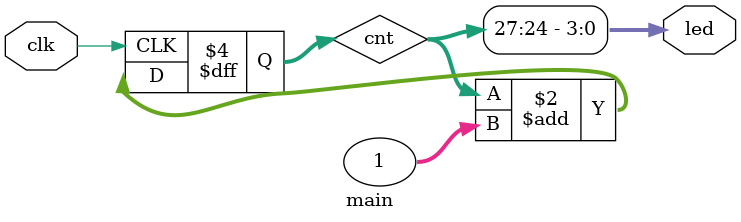
<source format=v>
module main (clk, led);
  input  wire clk;
  output wire [3:0] led;

  reg [31:0] cnt = 0;
  always @(posedge clk) cnt <= cnt + 1;

  assign led = cnt[27:24];
endmodule

</source>
